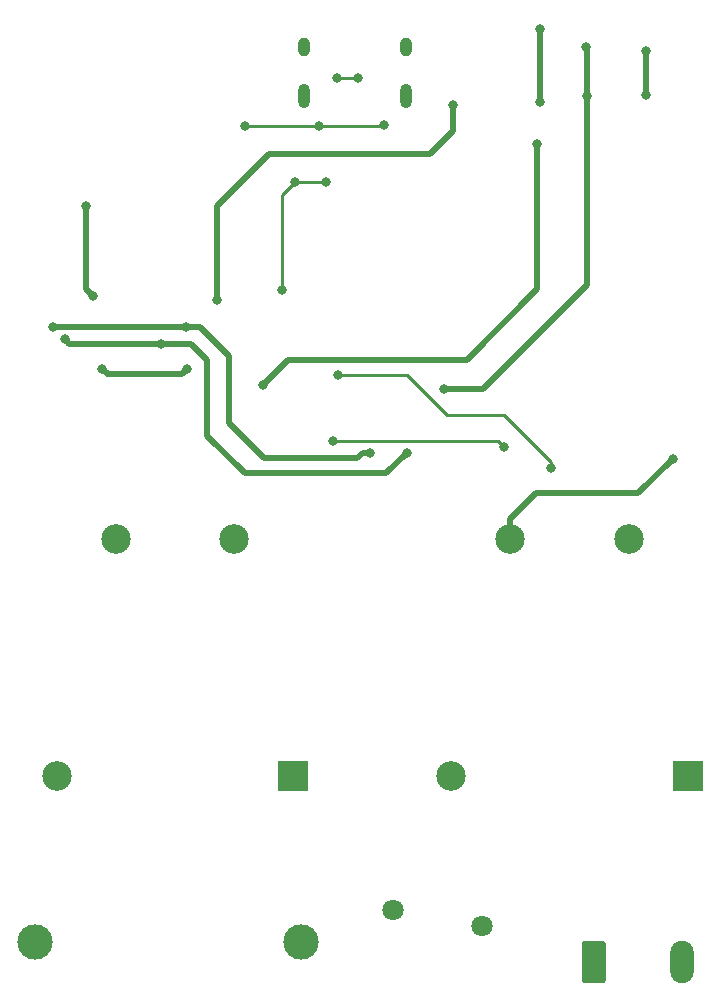
<source format=gbr>
G04 #@! TF.GenerationSoftware,KiCad,Pcbnew,(5.1.5)-3*
G04 #@! TF.CreationDate,2021-07-10T17:40:16+02:00*
G04 #@! TF.ProjectId,EnergyMonitor,456e6572-6779-44d6-9f6e-69746f722e6b,rev?*
G04 #@! TF.SameCoordinates,Original*
G04 #@! TF.FileFunction,Copper,L2,Bot*
G04 #@! TF.FilePolarity,Positive*
%FSLAX46Y46*%
G04 Gerber Fmt 4.6, Leading zero omitted, Abs format (unit mm)*
G04 Created by KiCad (PCBNEW (5.1.5)-3) date 2021-07-10 17:40:16*
%MOMM*%
%LPD*%
G04 APERTURE LIST*
%ADD10C,2.500000*%
%ADD11R,2.500000X2.500000*%
%ADD12O,2.000000X3.600000*%
%ADD13C,0.100000*%
%ADD14O,1.000000X2.100000*%
%ADD15O,1.000000X1.600000*%
%ADD16C,1.800000*%
%ADD17C,3.000000*%
%ADD18C,0.800000*%
%ADD19C,0.500000*%
%ADD20C,0.250000*%
G04 APERTURE END LIST*
D10*
X132600000Y-83632000D03*
X122600000Y-83632000D03*
D11*
X137600000Y-103632000D03*
D10*
X117600000Y-103632000D03*
D12*
X170552760Y-119425720D03*
G04 #@! TA.AperFunction,ComponentPad*
D13*
G36*
X163827264Y-117626924D02*
G01*
X163851533Y-117630524D01*
X163875331Y-117636485D01*
X163898431Y-117644750D01*
X163920609Y-117655240D01*
X163941653Y-117667853D01*
X163961358Y-117682467D01*
X163979537Y-117698943D01*
X163996013Y-117717122D01*
X164010627Y-117736827D01*
X164023240Y-117757871D01*
X164033730Y-117780049D01*
X164041995Y-117803149D01*
X164047956Y-117826947D01*
X164051556Y-117851216D01*
X164052760Y-117875720D01*
X164052760Y-120975720D01*
X164051556Y-121000224D01*
X164047956Y-121024493D01*
X164041995Y-121048291D01*
X164033730Y-121071391D01*
X164023240Y-121093569D01*
X164010627Y-121114613D01*
X163996013Y-121134318D01*
X163979537Y-121152497D01*
X163961358Y-121168973D01*
X163941653Y-121183587D01*
X163920609Y-121196200D01*
X163898431Y-121206690D01*
X163875331Y-121214955D01*
X163851533Y-121220916D01*
X163827264Y-121224516D01*
X163802760Y-121225720D01*
X162302760Y-121225720D01*
X162278256Y-121224516D01*
X162253987Y-121220916D01*
X162230189Y-121214955D01*
X162207089Y-121206690D01*
X162184911Y-121196200D01*
X162163867Y-121183587D01*
X162144162Y-121168973D01*
X162125983Y-121152497D01*
X162109507Y-121134318D01*
X162094893Y-121114613D01*
X162082280Y-121093569D01*
X162071790Y-121071391D01*
X162063525Y-121048291D01*
X162057564Y-121024493D01*
X162053964Y-121000224D01*
X162052760Y-120975720D01*
X162052760Y-117875720D01*
X162053964Y-117851216D01*
X162057564Y-117826947D01*
X162063525Y-117803149D01*
X162071790Y-117780049D01*
X162082280Y-117757871D01*
X162094893Y-117736827D01*
X162109507Y-117717122D01*
X162125983Y-117698943D01*
X162144162Y-117682467D01*
X162163867Y-117667853D01*
X162184911Y-117655240D01*
X162207089Y-117644750D01*
X162230189Y-117636485D01*
X162253987Y-117630524D01*
X162278256Y-117626924D01*
X162302760Y-117625720D01*
X163802760Y-117625720D01*
X163827264Y-117626924D01*
G37*
G04 #@! TD.AperFunction*
D10*
X166000000Y-83632000D03*
X156000000Y-83632000D03*
D11*
X171000000Y-103632000D03*
D10*
X151000000Y-103632000D03*
D14*
X138499120Y-46130000D03*
X147139120Y-46130000D03*
D15*
X147139120Y-41950000D03*
X138499120Y-41950000D03*
D16*
X153550000Y-116395960D03*
X146050000Y-114995960D03*
D17*
X115731880Y-117739160D03*
X138231880Y-117739160D03*
D18*
X167505380Y-42268140D03*
X167505380Y-46007020D03*
X169743120Y-76809600D03*
X158490920Y-46639480D03*
X158460440Y-40406320D03*
X131142740Y-63385700D03*
X151150320Y-46842680D03*
X120670320Y-63022480D03*
X120065800Y-55407560D03*
X121432320Y-69174360D03*
X128625600Y-69215000D03*
X137746740Y-53378100D03*
X140375640Y-53375560D03*
X136622360Y-62483160D03*
X135082280Y-70520560D03*
X158281440Y-50165000D03*
X162473640Y-46116240D03*
X150357840Y-70906640D03*
X162362520Y-41950000D03*
X126405640Y-67096640D03*
X118262400Y-66700400D03*
X147228560Y-76281280D03*
X128534160Y-65648840D03*
X117281960Y-65643760D03*
X144068800Y-76311760D03*
X139763360Y-48625760D03*
X145282920Y-48564800D03*
X133517640Y-48625760D03*
X143069120Y-44583160D03*
X141330680Y-44566840D03*
X155442920Y-75803760D03*
X140995400Y-75295760D03*
X159400240Y-77627480D03*
X141371320Y-69702680D03*
D19*
X167505380Y-42268140D02*
X167505380Y-46007020D01*
X167505380Y-46007020D02*
X167505380Y-46007020D01*
X156000000Y-81864234D02*
X158123474Y-79740760D01*
X156000000Y-83632000D02*
X156000000Y-81864234D01*
X158123474Y-79740760D02*
X166811960Y-79740760D01*
X166811960Y-79740760D02*
X169743120Y-76809600D01*
X169743120Y-76809600D02*
X169743120Y-76809600D01*
X158490920Y-46073795D02*
X158475680Y-46058555D01*
X158490920Y-46639480D02*
X158490920Y-46073795D01*
X158475680Y-46058555D02*
X158475680Y-40431720D01*
X131142740Y-63385700D02*
X131142740Y-56908700D01*
X131142740Y-56908700D02*
X131142740Y-55415180D01*
X131142740Y-55415180D02*
X135559800Y-50998120D01*
X135559800Y-50998120D02*
X149179280Y-50998120D01*
X149179280Y-50998120D02*
X151150320Y-49027080D01*
X151150320Y-49027080D02*
X151150320Y-46842680D01*
X151150320Y-46842680D02*
X151150320Y-46842680D01*
X120065800Y-62417960D02*
X120670320Y-63022480D01*
X120065800Y-55407560D02*
X120065800Y-62417960D01*
X121832319Y-69574359D02*
X121432320Y-69174360D01*
X121872959Y-69614999D02*
X121832319Y-69574359D01*
X128225601Y-69614999D02*
X121872959Y-69614999D01*
X128625600Y-69215000D02*
X128225601Y-69614999D01*
D20*
X140373100Y-53378100D02*
X140375640Y-53375560D01*
X137746740Y-53378100D02*
X140373100Y-53378100D01*
X136622360Y-54502480D02*
X137746740Y-53378100D01*
X136622360Y-62483160D02*
X136622360Y-54502480D01*
D19*
X158281440Y-62424240D02*
X158281440Y-50165000D01*
X152281839Y-68423841D02*
X158281440Y-62424240D01*
X137178999Y-68423841D02*
X135082280Y-70520560D01*
X152281839Y-68423841D02*
X137178999Y-68423841D01*
X162435140Y-42022620D02*
X162362520Y-41950000D01*
X162473640Y-42061120D02*
X162362520Y-41950000D01*
X162473640Y-46116240D02*
X162473640Y-42061120D01*
X162473640Y-46681925D02*
X162463480Y-46692085D01*
X162473640Y-46116240D02*
X162473640Y-46681925D01*
X162463480Y-46692085D02*
X162463480Y-62128400D01*
X153685240Y-70906640D02*
X150357840Y-70906640D01*
X162463480Y-62128400D02*
X153685240Y-70906640D01*
X126415800Y-67086480D02*
X126405640Y-67096640D01*
X118658640Y-67096640D02*
X118262400Y-66700400D01*
X126405640Y-67096640D02*
X118658640Y-67096640D01*
X126405640Y-67096640D02*
X128971040Y-67096640D01*
X128971040Y-67096640D02*
X130332480Y-68458080D01*
X130332480Y-68458080D02*
X130332480Y-74848720D01*
X130332480Y-74848720D02*
X133507480Y-78023720D01*
X145486120Y-78023720D02*
X147228560Y-76281280D01*
X133507480Y-78023720D02*
X145486120Y-78023720D01*
X128539240Y-65643760D02*
X128534160Y-65648840D01*
X127968475Y-65648840D02*
X127963395Y-65643760D01*
X128534160Y-65648840D02*
X127968475Y-65648840D01*
X127963395Y-65643760D02*
X117281960Y-65643760D01*
X117281960Y-65643760D02*
X117281960Y-65643760D01*
X143503115Y-76311760D02*
X143040835Y-76774040D01*
X144068800Y-76311760D02*
X143503115Y-76311760D01*
X143040835Y-76774040D02*
X135138160Y-76774040D01*
X135138160Y-76774040D02*
X132161280Y-73797160D01*
X132161280Y-73797160D02*
X132161280Y-68127880D01*
X129682240Y-65648840D02*
X128534160Y-65648840D01*
X132161280Y-68127880D02*
X129682240Y-65648840D01*
D20*
X139763360Y-48625760D02*
X139791440Y-48625760D01*
X145221960Y-48625760D02*
X145282920Y-48564800D01*
X139763360Y-48625760D02*
X145221960Y-48625760D01*
X139763360Y-48625760D02*
X133517640Y-48625760D01*
X133517640Y-48625760D02*
X133517640Y-48625760D01*
X141347000Y-44583160D02*
X141330680Y-44566840D01*
X143069120Y-44583160D02*
X141347000Y-44583160D01*
X155417520Y-75829160D02*
X155442920Y-75803760D01*
X154934920Y-75295760D02*
X140995400Y-75295760D01*
X155442920Y-75803760D02*
X154934920Y-75295760D01*
X147269200Y-69702680D02*
X141371320Y-69702680D01*
X159400240Y-77061795D02*
X155424405Y-73085960D01*
X159400240Y-77627480D02*
X159400240Y-77061795D01*
X150652480Y-73085960D02*
X147269200Y-69702680D01*
X155424405Y-73085960D02*
X150652480Y-73085960D01*
M02*

</source>
